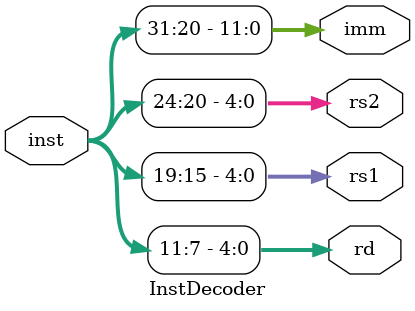
<source format=v>
module InstDecoder(inst, rd, rs1, rs2, imm);

	input [31:0] inst;
	output [4:0] rd, rs1, rs2;
	output [11:0] imm;
	
	assign rd = inst[11:7];
	assign rs1 = inst[19:15];
	assign rs2 = inst[24:20];
	assign imm = inst[31:20];
			
endmodule

</source>
